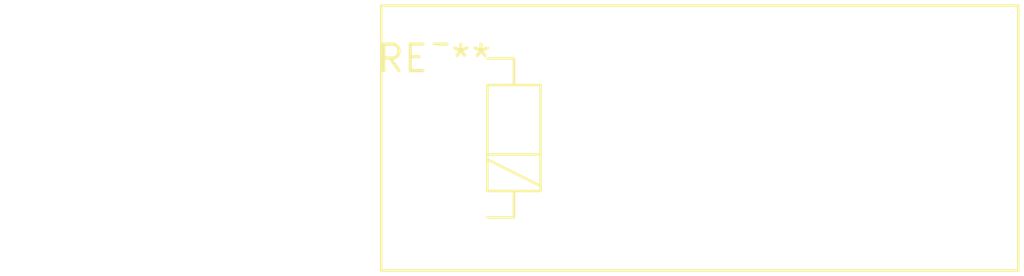
<source format=kicad_pcb>
(kicad_pcb (version 20240108) (generator pcbnew)
  (layers (0 "F.Cu" signal) (31 "B.Cu" signal) (34 "B.Paste" user) (35 "F.Paste" user) (36 "B.SilkS" user "B.Silkscreen") (37 "F.SilkS" user "F.Silkscreen") (38 "B.Mask" user) (39 "F.Mask" user) (44 "Edge.Cuts" user))
  (net 0 "")
  (footprint "Relay_SPST_Schrack-RP3SL-1coil_RM5mm" (layer "F.Cu") (at 0 0)
    (property "Reference" "REF**")
    (property "Value" "Relay_SPST_Schrack-RP3SL-1coil_RM5mm")
    (fp_line (start -2.54 -2.54) (end 27.94 -2.54) (layer "F.SilkS") (stroke (width 0.12)))
    (fp_line (start -2.54 10.16) (end -2.54 -2.54) (layer "F.SilkS") (stroke (width 0.12)))
    (fp_line (start 2.54 0) (end 3.81 0) (layer "F.SilkS") (stroke (width 0.12)))
    (fp_line (start 2.54 1.27) (end 3.81 1.27) (layer "F.SilkS") (stroke (width 0.12)))
    (fp_line (start 2.54 4.84) (end 5.08 6.11) (layer "F.SilkS") (stroke (width 0.12)))
    (fp_line (start 2.54 6.35) (end 2.54 1.27) (layer "F.SilkS") (stroke (width 0.12)))
    (fp_line (start 2.6 4.6) (end 5 4.6) (layer "F.SilkS") (stroke (width 0.12)))
    (fp_line (start 3.81 0) (end 3.81 1.27) (layer "F.SilkS") (stroke (width 0.12)))
    (fp_line (start 3.81 1.27) (end 5.08 1.27) (layer "F.SilkS") (stroke (width 0.12)))
    (fp_line (start 3.81 6.35) (end 3.81 7.62) (layer "F.SilkS") (stroke (width 0.12)))
    (fp_line (start 3.81 7.62) (end 2.54 7.62) (layer "F.SilkS") (stroke (width 0.12)))
    (fp_line (start 5.08 1.27) (end 5.08 6.35) (layer "F.SilkS") (stroke (width 0.12)))
    (fp_line (start 5.08 6.35) (end 2.54 6.35) (layer "F.SilkS") (stroke (width 0.12)))
    (fp_line (start 27.94 -2.54) (end 27.94 10.16) (layer "F.SilkS") (stroke (width 0.12)))
    (fp_line (start 27.94 10.16) (end -2.54 10.16) (layer "F.SilkS") (stroke (width 0.12)))
    (pad "11" thru_hole circle (at 20.32 0) (size 3 3) (drill 1.3) (layers *.Cu *.Mask) (remove_unused_layers))
    (pad "11" thru_hole circle (at 20.32 7.62) (size 3 3) (drill 1.3) (layers *.Cu *.Mask) (remove_unused_layers))
    (pad "14" thru_hole circle (at 25.32 0) (size 3 3) (drill 1.3) (layers *.Cu *.Mask) (remove_unused_layers))
    (pad "14" thru_hole circle (at 25.32 7.62) (size 3 3) (drill 1.3) (layers *.Cu *.Mask) (remove_unused_layers))
    (pad "A1" thru_hole circle (at 0 0) (size 3 3) (drill 1.3) (layers *.Cu *.Mask) (remove_unused_layers))
    (pad "A2" thru_hole circle (at 0 7.62) (size 3 3) (drill 1.3) (layers *.Cu *.Mask) (remove_unused_layers))
  )
)
</source>
